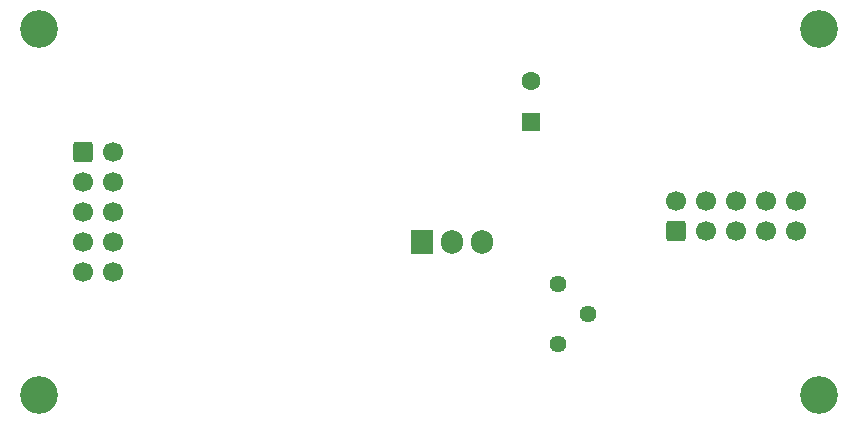
<source format=gbr>
%TF.GenerationSoftware,KiCad,Pcbnew,8.0.3*%
%TF.CreationDate,2024-06-06T01:49:00+12:00*%
%TF.ProjectId,power_supply,706f7765-725f-4737-9570-706c792e6b69,0.1.1*%
%TF.SameCoordinates,Original*%
%TF.FileFunction,Soldermask,Bot*%
%TF.FilePolarity,Negative*%
%FSLAX46Y46*%
G04 Gerber Fmt 4.6, Leading zero omitted, Abs format (unit mm)*
G04 Created by KiCad (PCBNEW 8.0.3) date 2024-06-06 01:49:00*
%MOMM*%
%LPD*%
G01*
G04 APERTURE LIST*
G04 Aperture macros list*
%AMRoundRect*
0 Rectangle with rounded corners*
0 $1 Rounding radius*
0 $2 $3 $4 $5 $6 $7 $8 $9 X,Y pos of 4 corners*
0 Add a 4 corners polygon primitive as box body*
4,1,4,$2,$3,$4,$5,$6,$7,$8,$9,$2,$3,0*
0 Add four circle primitives for the rounded corners*
1,1,$1+$1,$2,$3*
1,1,$1+$1,$4,$5*
1,1,$1+$1,$6,$7*
1,1,$1+$1,$8,$9*
0 Add four rect primitives between the rounded corners*
20,1,$1+$1,$2,$3,$4,$5,0*
20,1,$1+$1,$4,$5,$6,$7,0*
20,1,$1+$1,$6,$7,$8,$9,0*
20,1,$1+$1,$8,$9,$2,$3,0*%
G04 Aperture macros list end*
%ADD10C,3.200000*%
%ADD11R,1.905000X2.000000*%
%ADD12O,1.905000X2.000000*%
%ADD13RoundRect,0.250000X-0.600000X-0.600000X0.600000X-0.600000X0.600000X0.600000X-0.600000X0.600000X0*%
%ADD14C,1.700000*%
%ADD15RoundRect,0.250000X0.600000X-0.600000X0.600000X0.600000X-0.600000X0.600000X-0.600000X-0.600000X0*%
%ADD16R,1.600000X1.600000*%
%ADD17C,1.600000*%
%ADD18C,1.440000*%
G04 APERTURE END LIST*
D10*
%TO.C,H1*%
X120000000Y-70000000D03*
%TD*%
%TO.C,H2*%
X186000000Y-70000000D03*
%TD*%
D11*
%TO.C,Q1*%
X152385000Y-88045000D03*
D12*
X154925000Y-88045000D03*
X157465000Y-88045000D03*
%TD*%
D13*
%TO.C,J2*%
X123707500Y-80420000D03*
D14*
X126247500Y-80420000D03*
X123707500Y-82960000D03*
X126247500Y-82960000D03*
X123707500Y-85500000D03*
X126247500Y-85500000D03*
X123707500Y-88040000D03*
X126247500Y-88040000D03*
X123707500Y-90580000D03*
X126247500Y-90580000D03*
%TD*%
D10*
%TO.C,H4*%
X120000000Y-101000000D03*
%TD*%
%TO.C,H3*%
X186000000Y-101000000D03*
%TD*%
D15*
%TO.C,J3*%
X173920000Y-87100000D03*
D14*
X173920000Y-84560000D03*
X176460000Y-87100000D03*
X176460000Y-84560000D03*
X179000000Y-87100000D03*
X179000000Y-84560000D03*
X181540000Y-87100000D03*
X181540000Y-84560000D03*
X184080000Y-87100000D03*
X184080000Y-84560000D03*
%TD*%
D16*
%TO.C,C4*%
X161600000Y-77892651D03*
D17*
X161600000Y-74392651D03*
%TD*%
D18*
%TO.C,RV1*%
X163875000Y-91565000D03*
X166415000Y-94105000D03*
X163875000Y-96645000D03*
%TD*%
M02*

</source>
